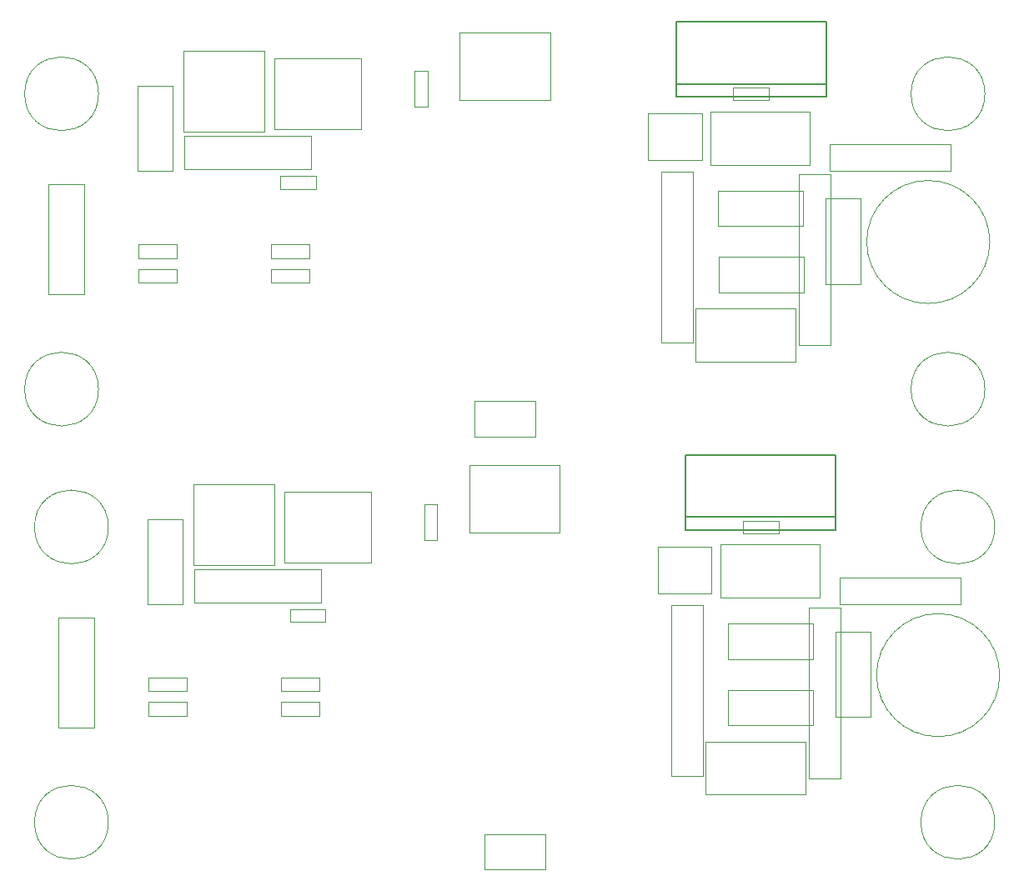
<source format=gbr>
%MOIN*%
%OFA0B0*%
%FSLAX46Y46*%
%IPPOS*%
%LPD*%
%ADD10C,0.0039370078740157488*%
%ADD11C,0.0019685039370078744*%
%ADD22C,0.0039370078740157488*%
%ADD23C,0.0019685039370078744*%
%ADD24C,0.005905511811023622*%
%ADD35C,0.0039370078740157488*%
%ADD36C,0.0019685039370078744*%
%ADD47C,0.0039370078740157488*%
%ADD48C,0.0019685039370078744*%
%ADD49C,0.005905511811023622*%
%LPD*%
G01*
D10*
D11*
X0003868110Y0002596456D02*
G75*
G03X0003868110Y0002596456I-0000246062D01*
G01*
X0002842518Y0003163385D02*
X0002984251Y0003163385D01*
X0002842518Y0003163385D02*
X0002842518Y0003214566D01*
X0002984251Y0003214566D02*
X0002984251Y0003163385D01*
X0002984251Y0003214566D02*
X0002842518Y0003214566D01*
X0001031496Y0002809055D02*
X0001173228Y0002809055D01*
X0001031496Y0002809055D02*
X0001031496Y0002860236D01*
X0001173228Y0002860236D02*
X0001173228Y0002809055D01*
X0001173228Y0002860236D02*
X0001031496Y0002860236D01*
X0000968503Y0003037401D02*
X0000645669Y0003037401D01*
X0000645669Y0003037401D02*
X0000645669Y0003360236D01*
X0000645669Y0003360236D02*
X0000968503Y0003360236D01*
X0000968503Y0003360236D02*
X0000968503Y0003037401D01*
X0003712597Y0002986220D02*
X0003712597Y0002879921D01*
X0003712597Y0002879921D02*
X0003228346Y0002879921D01*
X0003228346Y0002879921D02*
X0003228346Y0002986220D01*
X0003228346Y0002986220D02*
X0003712597Y0002986220D01*
X0000602362Y0003220472D02*
X0000602362Y0002879921D01*
X0000602362Y0002879921D02*
X0000460629Y0002879921D01*
X0000460629Y0002879921D02*
X0000460629Y0003220472D01*
X0000460629Y0003220472D02*
X0000602362Y0003220472D01*
X0002501574Y0002924015D02*
X0002716535Y0002924015D01*
X0002501574Y0002924015D02*
X0002501574Y0003110629D01*
X0002716535Y0003110629D02*
X0002716535Y0002924015D01*
X0002716535Y0003110629D02*
X0002501574Y0003110629D01*
X0003232282Y0002183070D02*
X0003106299Y0002183070D01*
X0003106299Y0002183070D02*
X0003106299Y0002866141D01*
X0003106299Y0002866141D02*
X0003232282Y0002866141D01*
X0003232282Y0002866141D02*
X0003232282Y0002183070D01*
X0000618503Y0002586614D02*
X0000464566Y0002586614D01*
X0000618503Y0002586614D02*
X0000618503Y0002531496D01*
X0000464566Y0002531496D02*
X0000464566Y0002586614D01*
X0000464566Y0002531496D02*
X0000618503Y0002531496D01*
X0000618503Y0002488188D02*
X0000464566Y0002488188D01*
X0000618503Y0002488188D02*
X0000618503Y0002433070D01*
X0000464566Y0002433070D02*
X0000464566Y0002488188D01*
X0000464566Y0002433070D02*
X0000618503Y0002433070D01*
X0000995669Y0002433070D02*
X0001149606Y0002433070D01*
X0000995669Y0002433070D02*
X0000995669Y0002488188D01*
X0001149606Y0002488188D02*
X0001149606Y0002433070D01*
X0001149606Y0002488188D02*
X0000995669Y0002488188D01*
X0000995669Y0002531496D02*
X0001149606Y0002531496D01*
X0000995669Y0002531496D02*
X0000995669Y0002586614D01*
X0001149606Y0002586614D02*
X0001149606Y0002531496D01*
X0001149606Y0002586614D02*
X0000995669Y0002586614D01*
X0002751968Y0002905511D02*
X0002751968Y0003118110D01*
X0002751968Y0003118110D02*
X0003149606Y0003118110D01*
X0003149606Y0003118110D02*
X0003149606Y0002905511D01*
X0003149606Y0002905511D02*
X0002751968Y0002905511D01*
X0002692913Y0002118110D02*
X0002692913Y0002330708D01*
X0002692913Y0002330708D02*
X0003090551Y0002330708D01*
X0003090551Y0002330708D02*
X0003090551Y0002118110D01*
X0003090551Y0002118110D02*
X0002692913Y0002118110D01*
X0001007873Y0003330708D02*
X0001354330Y0003330708D01*
X0001007873Y0003047244D02*
X0001007873Y0003330708D01*
X0001354330Y0003047244D02*
X0001007873Y0003047244D01*
X0001354330Y0003330708D02*
X0001354330Y0003047244D01*
X0001155511Y0003019685D02*
X0001155511Y0002885826D01*
X0001155511Y0002885826D02*
X0000647637Y0002885826D01*
X0000647637Y0002885826D02*
X0000647637Y0003019685D01*
X0000647637Y0003019685D02*
X0001155511Y0003019685D01*
G01*
D22*
D23*
X0001568897Y0003137794D02*
X0001568897Y0003279527D01*
X0001568897Y0003137794D02*
X0001620077Y0003137794D01*
X0001620077Y0003279527D02*
X0001568897Y0003279527D01*
X0001620077Y0003279527D02*
X0001620077Y0003137794D01*
X0000305118Y0003188976D02*
G75*
G03X0000305118Y0003188976I-0000147637D01*
G01*
X0000305118Y0002007874D02*
G75*
G03X0000305118Y0002007874I-0000147637D01*
G01*
X0003848425Y0003188976D02*
G75*
G03X0003848425Y0003188976I-0000147637D01*
G01*
X0003848425Y0002007874D02*
G75*
G03X0003848425Y0002007874I-0000147637D01*
G01*
X0002110236Y0003165748D02*
X0001748031Y0003165748D01*
X0001748031Y0003165748D02*
X0001748031Y0003435433D01*
X0001748031Y0003435433D02*
X0002110236Y0003435433D01*
X0002110236Y0003435433D02*
X0002110236Y0003165748D01*
X0001809054Y0001818897D02*
X0002051181Y0001818897D01*
X0002051181Y0001818897D02*
X0002051181Y0001960629D01*
X0002051181Y0001960629D02*
X0001809054Y0001960629D01*
X0001809054Y0001960629D02*
X0001809054Y0001818897D01*
X0002555118Y0002192913D02*
X0002681102Y0002192913D01*
X0002681102Y0002192913D02*
X0002681102Y0002875984D01*
X0002681102Y0002875984D02*
X0002555118Y0002875984D01*
X0002555118Y0002875984D02*
X0002555118Y0002192913D01*
D24*
X0002613384Y0003476376D02*
X0003213385Y0003476376D01*
X0002613384Y0003177165D02*
X0002613384Y0003476376D01*
X0003213385Y0003177165D02*
X0003213385Y0003476376D01*
X0002613384Y0003177165D02*
X0003213385Y0003177165D01*
X0002613384Y0003228346D02*
X0003213385Y0003228346D01*
D23*
X0000106299Y0002826770D02*
X0000106299Y0002385826D01*
X0000106299Y0002385826D02*
X0000248031Y0002385826D01*
X0000248031Y0002385826D02*
X0000248031Y0002826770D01*
X0000248031Y0002826770D02*
X0000106299Y0002826770D01*
X0003211181Y0002769290D02*
X0003211181Y0002428740D01*
X0003211181Y0002428740D02*
X0003352913Y0002428740D01*
X0003352913Y0002428740D02*
X0003352913Y0002769290D01*
X0003352913Y0002769290D02*
X0003211181Y0002769290D01*
X0002781889Y0002659999D02*
X0003122439Y0002659999D01*
X0003122439Y0002659999D02*
X0003122439Y0002801732D01*
X0003122439Y0002801732D02*
X0002781889Y0002801732D01*
X0002781889Y0002801732D02*
X0002781889Y0002659999D01*
X0003123622Y0002536850D02*
X0002783070Y0002536850D01*
X0002783070Y0002536850D02*
X0002783070Y0002395118D01*
X0002783070Y0002395118D02*
X0003123622Y0002395118D01*
X0003123622Y0002395118D02*
X0003123622Y0002536850D01*
G04 next file*
%LPD*%
G01*
D35*
D36*
X0003907480Y0000864173D02*
G75*
G03X0003907480Y0000864173I-0000246062D01*
G01*
X0002881889Y0001431102D02*
X0003023622Y0001431102D01*
X0002881889Y0001431102D02*
X0002881889Y0001482283D01*
X0003023622Y0001482283D02*
X0003023622Y0001431102D01*
X0003023622Y0001482283D02*
X0002881889Y0001482283D01*
X0001070866Y0001076771D02*
X0001212598Y0001076771D01*
X0001070866Y0001076771D02*
X0001070866Y0001127952D01*
X0001212598Y0001127952D02*
X0001212598Y0001076771D01*
X0001212598Y0001127952D02*
X0001070866Y0001127952D01*
X0001007873Y0001305118D02*
X0000685039Y0001305118D01*
X0000685039Y0001305118D02*
X0000685039Y0001627952D01*
X0000685039Y0001627952D02*
X0001007873Y0001627952D01*
X0001007873Y0001627952D02*
X0001007873Y0001305118D01*
X0003751968Y0001253937D02*
X0003751968Y0001147637D01*
X0003751968Y0001147637D02*
X0003267716Y0001147637D01*
X0003267716Y0001147637D02*
X0003267716Y0001253937D01*
X0003267716Y0001253937D02*
X0003751968Y0001253937D01*
X0000641732Y0001488188D02*
X0000641732Y0001147637D01*
X0000641732Y0001147637D02*
X0000500000Y0001147637D01*
X0000500000Y0001147637D02*
X0000500000Y0001488188D01*
X0000500000Y0001488188D02*
X0000641732Y0001488188D01*
X0002540944Y0001191732D02*
X0002755905Y0001191732D01*
X0002540944Y0001191732D02*
X0002540944Y0001378346D01*
X0002755905Y0001378346D02*
X0002755905Y0001191732D01*
X0002755905Y0001378346D02*
X0002540944Y0001378346D01*
X0003271653Y0000450787D02*
X0003145669Y0000450787D01*
X0003145669Y0000450787D02*
X0003145669Y0001133858D01*
X0003145669Y0001133858D02*
X0003271653Y0001133858D01*
X0003271653Y0001133858D02*
X0003271653Y0000450787D01*
X0000657874Y0000854330D02*
X0000503936Y0000854330D01*
X0000657874Y0000854330D02*
X0000657874Y0000799212D01*
X0000503936Y0000799212D02*
X0000503936Y0000854330D01*
X0000503936Y0000799212D02*
X0000657874Y0000799212D01*
X0000657874Y0000755905D02*
X0000503936Y0000755905D01*
X0000657874Y0000755905D02*
X0000657874Y0000700786D01*
X0000503936Y0000700786D02*
X0000503936Y0000755905D01*
X0000503936Y0000700786D02*
X0000657874Y0000700786D01*
X0001035039Y0000700786D02*
X0001188976Y0000700786D01*
X0001035039Y0000700786D02*
X0001035039Y0000755905D01*
X0001188976Y0000755905D02*
X0001188976Y0000700786D01*
X0001188976Y0000755905D02*
X0001035039Y0000755905D01*
X0001035039Y0000799212D02*
X0001188976Y0000799212D01*
X0001035039Y0000799212D02*
X0001035039Y0000854330D01*
X0001188976Y0000854330D02*
X0001188976Y0000799212D01*
X0001188976Y0000854330D02*
X0001035039Y0000854330D01*
X0002791338Y0001173228D02*
X0002791338Y0001385826D01*
X0002791338Y0001385826D02*
X0003188976Y0001385826D01*
X0003188976Y0001385826D02*
X0003188976Y0001173228D01*
X0003188976Y0001173228D02*
X0002791338Y0001173228D01*
X0002732283Y0000385826D02*
X0002732283Y0000598425D01*
X0002732283Y0000598425D02*
X0003129921Y0000598425D01*
X0003129921Y0000598425D02*
X0003129921Y0000385826D01*
X0003129921Y0000385826D02*
X0002732283Y0000385826D01*
X0001047244Y0001598425D02*
X0001393700Y0001598425D01*
X0001047244Y0001314960D02*
X0001047244Y0001598425D01*
X0001393700Y0001314960D02*
X0001047244Y0001314960D01*
X0001393700Y0001598425D02*
X0001393700Y0001314960D01*
X0001194881Y0001287400D02*
X0001194881Y0001153543D01*
X0001194881Y0001153543D02*
X0000687007Y0001153543D01*
X0000687007Y0001153543D02*
X0000687007Y0001287400D01*
X0000687007Y0001287400D02*
X0001194881Y0001287400D01*
G04 next file*
G04 #@! TF.FileFunction,Other,User*
G04 Gerber Fmt 4.6, Leading zero omitted, Abs format (unit mm)*
G04 Created by KiCad (PCBNEW 4.0.7) date 08/13/18 20:02:33*
G01*
G04 APERTURE LIST*
G04 APERTURE END LIST*
D47*
D48*
X0001608267Y0001405511D02*
X0001608267Y0001547244D01*
X0001608267Y0001405511D02*
X0001659448Y0001405511D01*
X0001659448Y0001547244D02*
X0001608267Y0001547244D01*
X0001659448Y0001547244D02*
X0001659448Y0001405511D01*
X0000344488Y0001456692D02*
G75*
G03X0000344488Y0001456692I-0000147637D01*
G01*
X0000344488Y0000275590D02*
G75*
G03X0000344488Y0000275590I-0000147637D01*
G01*
X0003887795Y0001456692D02*
G75*
G03X0003887795Y0001456692I-0000147637D01*
G01*
X0003887795Y0000275590D02*
G75*
G03X0003887795Y0000275590I-0000147637D01*
G01*
X0002149606Y0001433464D02*
X0001787401Y0001433464D01*
X0001787401Y0001433464D02*
X0001787401Y0001703149D01*
X0001787401Y0001703149D02*
X0002149606Y0001703149D01*
X0002149606Y0001703149D02*
X0002149606Y0001433464D01*
X0001848424Y0000086614D02*
X0002090551Y0000086614D01*
X0002090551Y0000086614D02*
X0002090551Y0000228346D01*
X0002090551Y0000228346D02*
X0001848424Y0000228346D01*
X0001848424Y0000228346D02*
X0001848424Y0000086614D01*
X0002594488Y0000460629D02*
X0002720472Y0000460629D01*
X0002720472Y0000460629D02*
X0002720472Y0001143700D01*
X0002720472Y0001143700D02*
X0002594488Y0001143700D01*
X0002594488Y0001143700D02*
X0002594488Y0000460629D01*
D49*
X0002652755Y0001744094D02*
X0003252755Y0001744094D01*
X0002652755Y0001444881D02*
X0002652755Y0001744094D01*
X0003252755Y0001444881D02*
X0003252755Y0001744094D01*
X0002652755Y0001444881D02*
X0003252755Y0001444881D01*
X0002652755Y0001496062D02*
X0003252755Y0001496062D01*
D48*
X0000145669Y0001094488D02*
X0000145669Y0000653543D01*
X0000145669Y0000653543D02*
X0000287401Y0000653543D01*
X0000287401Y0000653543D02*
X0000287401Y0001094488D01*
X0000287401Y0001094488D02*
X0000145669Y0001094488D01*
X0003250551Y0001037007D02*
X0003250551Y0000696456D01*
X0003250551Y0000696456D02*
X0003392283Y0000696456D01*
X0003392283Y0000696456D02*
X0003392283Y0001037007D01*
X0003392283Y0001037007D02*
X0003250551Y0001037007D01*
X0002821258Y0000927716D02*
X0003161811Y0000927716D01*
X0003161811Y0000927716D02*
X0003161811Y0001069448D01*
X0003161811Y0001069448D02*
X0002821258Y0001069448D01*
X0002821258Y0001069448D02*
X0002821258Y0000927716D01*
X0003162992Y0000804566D02*
X0002822440Y0000804566D01*
X0002822440Y0000804566D02*
X0002822440Y0000662834D01*
X0002822440Y0000662834D02*
X0003162992Y0000662834D01*
X0003162992Y0000662834D02*
X0003162992Y0000804566D01*
M02*
</source>
